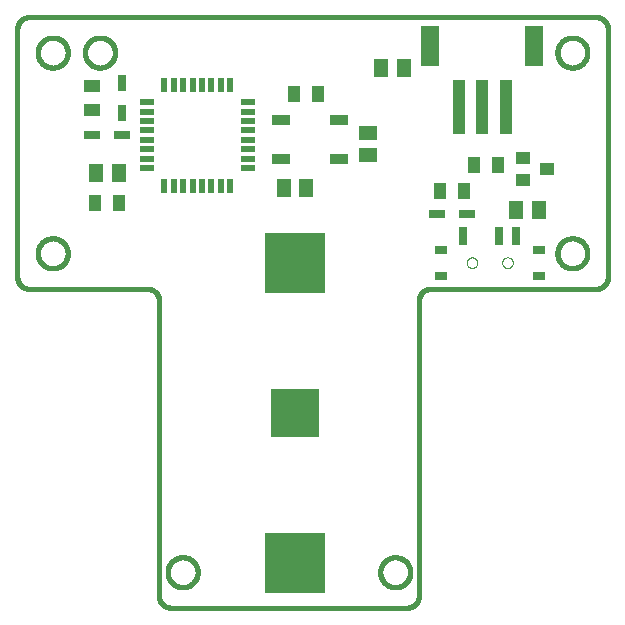
<source format=gtp>
G75*
%MOIN*%
%OFA0B0*%
%FSLAX25Y25*%
%IPPOS*%
%LPD*%
%AMOC8*
5,1,8,0,0,1.08239X$1,22.5*
%
%ADD10C,0.01600*%
%ADD11R,0.04331X0.05512*%
%ADD12R,0.05000X0.03937*%
%ADD13R,0.05000X0.02200*%
%ADD14R,0.02200X0.05000*%
%ADD15R,0.05118X0.05906*%
%ADD16R,0.05512X0.04331*%
%ADD17R,0.03937X0.18110*%
%ADD18R,0.06299X0.13386*%
%ADD19R,0.16000X0.16000*%
%ADD20R,0.20000X0.20000*%
%ADD21R,0.03937X0.03150*%
%ADD22R,0.02756X0.05906*%
%ADD23C,0.00000*%
%ADD24R,0.05315X0.03150*%
%ADD25R,0.03150X0.05315*%
%ADD26R,0.05906X0.03543*%
%ADD27R,0.05906X0.05118*%
D10*
X0049044Y0005737D02*
X0049044Y0104162D01*
X0049042Y0104286D01*
X0049036Y0104409D01*
X0049027Y0104533D01*
X0049013Y0104655D01*
X0048996Y0104778D01*
X0048974Y0104900D01*
X0048949Y0105021D01*
X0048920Y0105141D01*
X0048888Y0105260D01*
X0048851Y0105379D01*
X0048811Y0105496D01*
X0048768Y0105611D01*
X0048720Y0105726D01*
X0048669Y0105838D01*
X0048615Y0105949D01*
X0048557Y0106059D01*
X0048496Y0106166D01*
X0048431Y0106272D01*
X0048363Y0106375D01*
X0048292Y0106476D01*
X0048218Y0106575D01*
X0048141Y0106672D01*
X0048060Y0106766D01*
X0047977Y0106857D01*
X0047891Y0106946D01*
X0047802Y0107032D01*
X0047711Y0107115D01*
X0047617Y0107196D01*
X0047520Y0107273D01*
X0047421Y0107347D01*
X0047320Y0107418D01*
X0047217Y0107486D01*
X0047111Y0107551D01*
X0047004Y0107612D01*
X0046894Y0107670D01*
X0046783Y0107724D01*
X0046671Y0107775D01*
X0046556Y0107823D01*
X0046441Y0107866D01*
X0046324Y0107906D01*
X0046205Y0107943D01*
X0046086Y0107975D01*
X0045966Y0108004D01*
X0045845Y0108029D01*
X0045723Y0108051D01*
X0045600Y0108068D01*
X0045478Y0108082D01*
X0045354Y0108091D01*
X0045231Y0108097D01*
X0045107Y0108099D01*
X0005737Y0108099D01*
X0005613Y0108101D01*
X0005490Y0108107D01*
X0005366Y0108116D01*
X0005244Y0108130D01*
X0005121Y0108147D01*
X0004999Y0108169D01*
X0004878Y0108194D01*
X0004758Y0108223D01*
X0004639Y0108255D01*
X0004520Y0108292D01*
X0004403Y0108332D01*
X0004288Y0108375D01*
X0004173Y0108423D01*
X0004061Y0108474D01*
X0003950Y0108528D01*
X0003840Y0108586D01*
X0003733Y0108647D01*
X0003627Y0108712D01*
X0003524Y0108780D01*
X0003423Y0108851D01*
X0003324Y0108925D01*
X0003227Y0109002D01*
X0003133Y0109083D01*
X0003042Y0109166D01*
X0002953Y0109252D01*
X0002867Y0109341D01*
X0002784Y0109432D01*
X0002703Y0109526D01*
X0002626Y0109623D01*
X0002552Y0109722D01*
X0002481Y0109823D01*
X0002413Y0109926D01*
X0002348Y0110032D01*
X0002287Y0110139D01*
X0002229Y0110249D01*
X0002175Y0110360D01*
X0002124Y0110472D01*
X0002076Y0110587D01*
X0002033Y0110702D01*
X0001993Y0110819D01*
X0001956Y0110938D01*
X0001924Y0111057D01*
X0001895Y0111177D01*
X0001870Y0111298D01*
X0001848Y0111420D01*
X0001831Y0111543D01*
X0001817Y0111665D01*
X0001808Y0111789D01*
X0001802Y0111912D01*
X0001800Y0112036D01*
X0001800Y0194713D01*
X0001802Y0194837D01*
X0001808Y0194960D01*
X0001817Y0195084D01*
X0001831Y0195206D01*
X0001848Y0195329D01*
X0001870Y0195451D01*
X0001895Y0195572D01*
X0001924Y0195692D01*
X0001956Y0195811D01*
X0001993Y0195930D01*
X0002033Y0196047D01*
X0002076Y0196162D01*
X0002124Y0196277D01*
X0002175Y0196389D01*
X0002229Y0196500D01*
X0002287Y0196610D01*
X0002348Y0196717D01*
X0002413Y0196823D01*
X0002481Y0196926D01*
X0002552Y0197027D01*
X0002626Y0197126D01*
X0002703Y0197223D01*
X0002784Y0197317D01*
X0002867Y0197408D01*
X0002953Y0197497D01*
X0003042Y0197583D01*
X0003133Y0197666D01*
X0003227Y0197747D01*
X0003324Y0197824D01*
X0003423Y0197898D01*
X0003524Y0197969D01*
X0003627Y0198037D01*
X0003733Y0198102D01*
X0003840Y0198163D01*
X0003950Y0198221D01*
X0004061Y0198275D01*
X0004173Y0198326D01*
X0004288Y0198374D01*
X0004403Y0198417D01*
X0004520Y0198457D01*
X0004639Y0198494D01*
X0004758Y0198526D01*
X0004878Y0198555D01*
X0004999Y0198580D01*
X0005121Y0198602D01*
X0005244Y0198619D01*
X0005366Y0198633D01*
X0005490Y0198642D01*
X0005613Y0198648D01*
X0005737Y0198650D01*
X0194713Y0198650D01*
X0194837Y0198648D01*
X0194960Y0198642D01*
X0195084Y0198633D01*
X0195206Y0198619D01*
X0195329Y0198602D01*
X0195451Y0198580D01*
X0195572Y0198555D01*
X0195692Y0198526D01*
X0195811Y0198494D01*
X0195930Y0198457D01*
X0196047Y0198417D01*
X0196162Y0198374D01*
X0196277Y0198326D01*
X0196389Y0198275D01*
X0196500Y0198221D01*
X0196610Y0198163D01*
X0196717Y0198102D01*
X0196823Y0198037D01*
X0196926Y0197969D01*
X0197027Y0197898D01*
X0197126Y0197824D01*
X0197223Y0197747D01*
X0197317Y0197666D01*
X0197408Y0197583D01*
X0197497Y0197497D01*
X0197583Y0197408D01*
X0197666Y0197317D01*
X0197747Y0197223D01*
X0197824Y0197126D01*
X0197898Y0197027D01*
X0197969Y0196926D01*
X0198037Y0196823D01*
X0198102Y0196717D01*
X0198163Y0196610D01*
X0198221Y0196500D01*
X0198275Y0196389D01*
X0198326Y0196277D01*
X0198374Y0196162D01*
X0198417Y0196047D01*
X0198457Y0195930D01*
X0198494Y0195811D01*
X0198526Y0195692D01*
X0198555Y0195572D01*
X0198580Y0195451D01*
X0198602Y0195329D01*
X0198619Y0195206D01*
X0198633Y0195084D01*
X0198642Y0194960D01*
X0198648Y0194837D01*
X0198650Y0194713D01*
X0198650Y0112036D01*
X0198648Y0111912D01*
X0198642Y0111789D01*
X0198633Y0111665D01*
X0198619Y0111543D01*
X0198602Y0111420D01*
X0198580Y0111298D01*
X0198555Y0111177D01*
X0198526Y0111057D01*
X0198494Y0110938D01*
X0198457Y0110819D01*
X0198417Y0110702D01*
X0198374Y0110587D01*
X0198326Y0110472D01*
X0198275Y0110360D01*
X0198221Y0110249D01*
X0198163Y0110139D01*
X0198102Y0110032D01*
X0198037Y0109926D01*
X0197969Y0109823D01*
X0197898Y0109722D01*
X0197824Y0109623D01*
X0197747Y0109526D01*
X0197666Y0109432D01*
X0197583Y0109341D01*
X0197497Y0109252D01*
X0197408Y0109166D01*
X0197317Y0109083D01*
X0197223Y0109002D01*
X0197126Y0108925D01*
X0197027Y0108851D01*
X0196926Y0108780D01*
X0196823Y0108712D01*
X0196717Y0108647D01*
X0196610Y0108586D01*
X0196500Y0108528D01*
X0196389Y0108474D01*
X0196277Y0108423D01*
X0196162Y0108375D01*
X0196047Y0108332D01*
X0195930Y0108292D01*
X0195811Y0108255D01*
X0195692Y0108223D01*
X0195572Y0108194D01*
X0195451Y0108169D01*
X0195329Y0108147D01*
X0195206Y0108130D01*
X0195084Y0108116D01*
X0194960Y0108107D01*
X0194837Y0108101D01*
X0194713Y0108099D01*
X0139595Y0108099D01*
X0139471Y0108097D01*
X0139348Y0108091D01*
X0139224Y0108082D01*
X0139102Y0108068D01*
X0138979Y0108051D01*
X0138857Y0108029D01*
X0138736Y0108004D01*
X0138616Y0107975D01*
X0138497Y0107943D01*
X0138378Y0107906D01*
X0138261Y0107866D01*
X0138146Y0107823D01*
X0138031Y0107775D01*
X0137919Y0107724D01*
X0137808Y0107670D01*
X0137698Y0107612D01*
X0137591Y0107551D01*
X0137485Y0107486D01*
X0137382Y0107418D01*
X0137281Y0107347D01*
X0137182Y0107273D01*
X0137085Y0107196D01*
X0136991Y0107115D01*
X0136900Y0107032D01*
X0136811Y0106946D01*
X0136725Y0106857D01*
X0136642Y0106766D01*
X0136561Y0106672D01*
X0136484Y0106575D01*
X0136410Y0106476D01*
X0136339Y0106375D01*
X0136271Y0106272D01*
X0136206Y0106166D01*
X0136145Y0106059D01*
X0136087Y0105949D01*
X0136033Y0105838D01*
X0135982Y0105726D01*
X0135934Y0105611D01*
X0135891Y0105496D01*
X0135851Y0105379D01*
X0135814Y0105260D01*
X0135782Y0105141D01*
X0135753Y0105021D01*
X0135728Y0104900D01*
X0135706Y0104778D01*
X0135689Y0104655D01*
X0135675Y0104533D01*
X0135666Y0104409D01*
X0135660Y0104286D01*
X0135658Y0104162D01*
X0135658Y0005737D01*
X0135656Y0005613D01*
X0135650Y0005490D01*
X0135641Y0005366D01*
X0135627Y0005244D01*
X0135610Y0005121D01*
X0135588Y0004999D01*
X0135563Y0004878D01*
X0135534Y0004758D01*
X0135502Y0004639D01*
X0135465Y0004520D01*
X0135425Y0004403D01*
X0135382Y0004288D01*
X0135334Y0004173D01*
X0135283Y0004061D01*
X0135229Y0003950D01*
X0135171Y0003840D01*
X0135110Y0003733D01*
X0135045Y0003627D01*
X0134977Y0003524D01*
X0134906Y0003423D01*
X0134832Y0003324D01*
X0134755Y0003227D01*
X0134674Y0003133D01*
X0134591Y0003042D01*
X0134505Y0002953D01*
X0134416Y0002867D01*
X0134325Y0002784D01*
X0134231Y0002703D01*
X0134134Y0002626D01*
X0134035Y0002552D01*
X0133934Y0002481D01*
X0133831Y0002413D01*
X0133725Y0002348D01*
X0133618Y0002287D01*
X0133508Y0002229D01*
X0133397Y0002175D01*
X0133285Y0002124D01*
X0133170Y0002076D01*
X0133055Y0002033D01*
X0132938Y0001993D01*
X0132819Y0001956D01*
X0132700Y0001924D01*
X0132580Y0001895D01*
X0132459Y0001870D01*
X0132337Y0001848D01*
X0132214Y0001831D01*
X0132092Y0001817D01*
X0131968Y0001808D01*
X0131845Y0001802D01*
X0131721Y0001800D01*
X0052981Y0001800D01*
X0052857Y0001802D01*
X0052734Y0001808D01*
X0052610Y0001817D01*
X0052488Y0001831D01*
X0052365Y0001848D01*
X0052243Y0001870D01*
X0052122Y0001895D01*
X0052002Y0001924D01*
X0051883Y0001956D01*
X0051764Y0001993D01*
X0051647Y0002033D01*
X0051532Y0002076D01*
X0051417Y0002124D01*
X0051305Y0002175D01*
X0051194Y0002229D01*
X0051084Y0002287D01*
X0050977Y0002348D01*
X0050871Y0002413D01*
X0050768Y0002481D01*
X0050667Y0002552D01*
X0050568Y0002626D01*
X0050471Y0002703D01*
X0050377Y0002784D01*
X0050286Y0002867D01*
X0050197Y0002953D01*
X0050111Y0003042D01*
X0050028Y0003133D01*
X0049947Y0003227D01*
X0049870Y0003324D01*
X0049796Y0003423D01*
X0049725Y0003524D01*
X0049657Y0003627D01*
X0049592Y0003733D01*
X0049531Y0003840D01*
X0049473Y0003950D01*
X0049419Y0004061D01*
X0049368Y0004173D01*
X0049320Y0004288D01*
X0049277Y0004403D01*
X0049237Y0004520D01*
X0049200Y0004639D01*
X0049168Y0004758D01*
X0049139Y0004878D01*
X0049114Y0004999D01*
X0049092Y0005121D01*
X0049075Y0005244D01*
X0049061Y0005366D01*
X0049052Y0005490D01*
X0049046Y0005613D01*
X0049044Y0005737D01*
X0051918Y0013611D02*
X0051920Y0013752D01*
X0051926Y0013893D01*
X0051936Y0014033D01*
X0051950Y0014173D01*
X0051968Y0014313D01*
X0051989Y0014452D01*
X0052015Y0014591D01*
X0052044Y0014729D01*
X0052078Y0014865D01*
X0052115Y0015001D01*
X0052156Y0015136D01*
X0052201Y0015270D01*
X0052250Y0015402D01*
X0052302Y0015533D01*
X0052358Y0015662D01*
X0052418Y0015789D01*
X0052481Y0015915D01*
X0052547Y0016039D01*
X0052618Y0016162D01*
X0052691Y0016282D01*
X0052768Y0016400D01*
X0052848Y0016516D01*
X0052932Y0016629D01*
X0053018Y0016740D01*
X0053108Y0016849D01*
X0053201Y0016955D01*
X0053296Y0017058D01*
X0053395Y0017159D01*
X0053496Y0017257D01*
X0053600Y0017352D01*
X0053707Y0017444D01*
X0053816Y0017533D01*
X0053928Y0017618D01*
X0054042Y0017701D01*
X0054158Y0017781D01*
X0054277Y0017857D01*
X0054398Y0017929D01*
X0054520Y0017999D01*
X0054645Y0018064D01*
X0054771Y0018127D01*
X0054899Y0018185D01*
X0055029Y0018240D01*
X0055160Y0018292D01*
X0055293Y0018339D01*
X0055427Y0018383D01*
X0055562Y0018424D01*
X0055698Y0018460D01*
X0055835Y0018492D01*
X0055973Y0018521D01*
X0056111Y0018546D01*
X0056251Y0018566D01*
X0056391Y0018583D01*
X0056531Y0018596D01*
X0056672Y0018605D01*
X0056812Y0018610D01*
X0056953Y0018611D01*
X0057094Y0018608D01*
X0057235Y0018601D01*
X0057375Y0018590D01*
X0057515Y0018575D01*
X0057655Y0018556D01*
X0057794Y0018534D01*
X0057932Y0018507D01*
X0058070Y0018477D01*
X0058206Y0018442D01*
X0058342Y0018404D01*
X0058476Y0018362D01*
X0058610Y0018316D01*
X0058742Y0018267D01*
X0058872Y0018213D01*
X0059001Y0018156D01*
X0059128Y0018096D01*
X0059254Y0018032D01*
X0059377Y0017964D01*
X0059499Y0017893D01*
X0059619Y0017819D01*
X0059736Y0017741D01*
X0059851Y0017660D01*
X0059964Y0017576D01*
X0060075Y0017489D01*
X0060183Y0017398D01*
X0060288Y0017305D01*
X0060391Y0017208D01*
X0060491Y0017109D01*
X0060588Y0017007D01*
X0060682Y0016902D01*
X0060773Y0016795D01*
X0060861Y0016685D01*
X0060946Y0016573D01*
X0061028Y0016458D01*
X0061107Y0016341D01*
X0061182Y0016222D01*
X0061254Y0016101D01*
X0061322Y0015978D01*
X0061387Y0015853D01*
X0061449Y0015726D01*
X0061506Y0015597D01*
X0061561Y0015467D01*
X0061611Y0015336D01*
X0061658Y0015203D01*
X0061701Y0015069D01*
X0061740Y0014933D01*
X0061775Y0014797D01*
X0061807Y0014660D01*
X0061834Y0014522D01*
X0061858Y0014383D01*
X0061878Y0014243D01*
X0061894Y0014103D01*
X0061906Y0013963D01*
X0061914Y0013822D01*
X0061918Y0013681D01*
X0061918Y0013541D01*
X0061914Y0013400D01*
X0061906Y0013259D01*
X0061894Y0013119D01*
X0061878Y0012979D01*
X0061858Y0012839D01*
X0061834Y0012700D01*
X0061807Y0012562D01*
X0061775Y0012425D01*
X0061740Y0012289D01*
X0061701Y0012153D01*
X0061658Y0012019D01*
X0061611Y0011886D01*
X0061561Y0011755D01*
X0061506Y0011625D01*
X0061449Y0011496D01*
X0061387Y0011369D01*
X0061322Y0011244D01*
X0061254Y0011121D01*
X0061182Y0011000D01*
X0061107Y0010881D01*
X0061028Y0010764D01*
X0060946Y0010649D01*
X0060861Y0010537D01*
X0060773Y0010427D01*
X0060682Y0010320D01*
X0060588Y0010215D01*
X0060491Y0010113D01*
X0060391Y0010014D01*
X0060288Y0009917D01*
X0060183Y0009824D01*
X0060075Y0009733D01*
X0059964Y0009646D01*
X0059851Y0009562D01*
X0059736Y0009481D01*
X0059619Y0009403D01*
X0059499Y0009329D01*
X0059377Y0009258D01*
X0059254Y0009190D01*
X0059128Y0009126D01*
X0059001Y0009066D01*
X0058872Y0009009D01*
X0058742Y0008955D01*
X0058610Y0008906D01*
X0058476Y0008860D01*
X0058342Y0008818D01*
X0058206Y0008780D01*
X0058070Y0008745D01*
X0057932Y0008715D01*
X0057794Y0008688D01*
X0057655Y0008666D01*
X0057515Y0008647D01*
X0057375Y0008632D01*
X0057235Y0008621D01*
X0057094Y0008614D01*
X0056953Y0008611D01*
X0056812Y0008612D01*
X0056672Y0008617D01*
X0056531Y0008626D01*
X0056391Y0008639D01*
X0056251Y0008656D01*
X0056111Y0008676D01*
X0055973Y0008701D01*
X0055835Y0008730D01*
X0055698Y0008762D01*
X0055562Y0008798D01*
X0055427Y0008839D01*
X0055293Y0008883D01*
X0055160Y0008930D01*
X0055029Y0008982D01*
X0054899Y0009037D01*
X0054771Y0009095D01*
X0054645Y0009158D01*
X0054520Y0009223D01*
X0054398Y0009293D01*
X0054277Y0009365D01*
X0054158Y0009441D01*
X0054042Y0009521D01*
X0053928Y0009604D01*
X0053816Y0009689D01*
X0053707Y0009778D01*
X0053600Y0009870D01*
X0053496Y0009965D01*
X0053395Y0010063D01*
X0053296Y0010164D01*
X0053201Y0010267D01*
X0053108Y0010373D01*
X0053018Y0010482D01*
X0052932Y0010593D01*
X0052848Y0010706D01*
X0052768Y0010822D01*
X0052691Y0010940D01*
X0052618Y0011060D01*
X0052547Y0011183D01*
X0052481Y0011307D01*
X0052418Y0011433D01*
X0052358Y0011560D01*
X0052302Y0011689D01*
X0052250Y0011820D01*
X0052201Y0011952D01*
X0052156Y0012086D01*
X0052115Y0012221D01*
X0052078Y0012357D01*
X0052044Y0012493D01*
X0052015Y0012631D01*
X0051989Y0012770D01*
X0051968Y0012909D01*
X0051950Y0013049D01*
X0051936Y0013189D01*
X0051926Y0013329D01*
X0051920Y0013470D01*
X0051918Y0013611D01*
X0122784Y0013611D02*
X0122786Y0013752D01*
X0122792Y0013893D01*
X0122802Y0014033D01*
X0122816Y0014173D01*
X0122834Y0014313D01*
X0122855Y0014452D01*
X0122881Y0014591D01*
X0122910Y0014729D01*
X0122944Y0014865D01*
X0122981Y0015001D01*
X0123022Y0015136D01*
X0123067Y0015270D01*
X0123116Y0015402D01*
X0123168Y0015533D01*
X0123224Y0015662D01*
X0123284Y0015789D01*
X0123347Y0015915D01*
X0123413Y0016039D01*
X0123484Y0016162D01*
X0123557Y0016282D01*
X0123634Y0016400D01*
X0123714Y0016516D01*
X0123798Y0016629D01*
X0123884Y0016740D01*
X0123974Y0016849D01*
X0124067Y0016955D01*
X0124162Y0017058D01*
X0124261Y0017159D01*
X0124362Y0017257D01*
X0124466Y0017352D01*
X0124573Y0017444D01*
X0124682Y0017533D01*
X0124794Y0017618D01*
X0124908Y0017701D01*
X0125024Y0017781D01*
X0125143Y0017857D01*
X0125264Y0017929D01*
X0125386Y0017999D01*
X0125511Y0018064D01*
X0125637Y0018127D01*
X0125765Y0018185D01*
X0125895Y0018240D01*
X0126026Y0018292D01*
X0126159Y0018339D01*
X0126293Y0018383D01*
X0126428Y0018424D01*
X0126564Y0018460D01*
X0126701Y0018492D01*
X0126839Y0018521D01*
X0126977Y0018546D01*
X0127117Y0018566D01*
X0127257Y0018583D01*
X0127397Y0018596D01*
X0127538Y0018605D01*
X0127678Y0018610D01*
X0127819Y0018611D01*
X0127960Y0018608D01*
X0128101Y0018601D01*
X0128241Y0018590D01*
X0128381Y0018575D01*
X0128521Y0018556D01*
X0128660Y0018534D01*
X0128798Y0018507D01*
X0128936Y0018477D01*
X0129072Y0018442D01*
X0129208Y0018404D01*
X0129342Y0018362D01*
X0129476Y0018316D01*
X0129608Y0018267D01*
X0129738Y0018213D01*
X0129867Y0018156D01*
X0129994Y0018096D01*
X0130120Y0018032D01*
X0130243Y0017964D01*
X0130365Y0017893D01*
X0130485Y0017819D01*
X0130602Y0017741D01*
X0130717Y0017660D01*
X0130830Y0017576D01*
X0130941Y0017489D01*
X0131049Y0017398D01*
X0131154Y0017305D01*
X0131257Y0017208D01*
X0131357Y0017109D01*
X0131454Y0017007D01*
X0131548Y0016902D01*
X0131639Y0016795D01*
X0131727Y0016685D01*
X0131812Y0016573D01*
X0131894Y0016458D01*
X0131973Y0016341D01*
X0132048Y0016222D01*
X0132120Y0016101D01*
X0132188Y0015978D01*
X0132253Y0015853D01*
X0132315Y0015726D01*
X0132372Y0015597D01*
X0132427Y0015467D01*
X0132477Y0015336D01*
X0132524Y0015203D01*
X0132567Y0015069D01*
X0132606Y0014933D01*
X0132641Y0014797D01*
X0132673Y0014660D01*
X0132700Y0014522D01*
X0132724Y0014383D01*
X0132744Y0014243D01*
X0132760Y0014103D01*
X0132772Y0013963D01*
X0132780Y0013822D01*
X0132784Y0013681D01*
X0132784Y0013541D01*
X0132780Y0013400D01*
X0132772Y0013259D01*
X0132760Y0013119D01*
X0132744Y0012979D01*
X0132724Y0012839D01*
X0132700Y0012700D01*
X0132673Y0012562D01*
X0132641Y0012425D01*
X0132606Y0012289D01*
X0132567Y0012153D01*
X0132524Y0012019D01*
X0132477Y0011886D01*
X0132427Y0011755D01*
X0132372Y0011625D01*
X0132315Y0011496D01*
X0132253Y0011369D01*
X0132188Y0011244D01*
X0132120Y0011121D01*
X0132048Y0011000D01*
X0131973Y0010881D01*
X0131894Y0010764D01*
X0131812Y0010649D01*
X0131727Y0010537D01*
X0131639Y0010427D01*
X0131548Y0010320D01*
X0131454Y0010215D01*
X0131357Y0010113D01*
X0131257Y0010014D01*
X0131154Y0009917D01*
X0131049Y0009824D01*
X0130941Y0009733D01*
X0130830Y0009646D01*
X0130717Y0009562D01*
X0130602Y0009481D01*
X0130485Y0009403D01*
X0130365Y0009329D01*
X0130243Y0009258D01*
X0130120Y0009190D01*
X0129994Y0009126D01*
X0129867Y0009066D01*
X0129738Y0009009D01*
X0129608Y0008955D01*
X0129476Y0008906D01*
X0129342Y0008860D01*
X0129208Y0008818D01*
X0129072Y0008780D01*
X0128936Y0008745D01*
X0128798Y0008715D01*
X0128660Y0008688D01*
X0128521Y0008666D01*
X0128381Y0008647D01*
X0128241Y0008632D01*
X0128101Y0008621D01*
X0127960Y0008614D01*
X0127819Y0008611D01*
X0127678Y0008612D01*
X0127538Y0008617D01*
X0127397Y0008626D01*
X0127257Y0008639D01*
X0127117Y0008656D01*
X0126977Y0008676D01*
X0126839Y0008701D01*
X0126701Y0008730D01*
X0126564Y0008762D01*
X0126428Y0008798D01*
X0126293Y0008839D01*
X0126159Y0008883D01*
X0126026Y0008930D01*
X0125895Y0008982D01*
X0125765Y0009037D01*
X0125637Y0009095D01*
X0125511Y0009158D01*
X0125386Y0009223D01*
X0125264Y0009293D01*
X0125143Y0009365D01*
X0125024Y0009441D01*
X0124908Y0009521D01*
X0124794Y0009604D01*
X0124682Y0009689D01*
X0124573Y0009778D01*
X0124466Y0009870D01*
X0124362Y0009965D01*
X0124261Y0010063D01*
X0124162Y0010164D01*
X0124067Y0010267D01*
X0123974Y0010373D01*
X0123884Y0010482D01*
X0123798Y0010593D01*
X0123714Y0010706D01*
X0123634Y0010822D01*
X0123557Y0010940D01*
X0123484Y0011060D01*
X0123413Y0011183D01*
X0123347Y0011307D01*
X0123284Y0011433D01*
X0123224Y0011560D01*
X0123168Y0011689D01*
X0123116Y0011820D01*
X0123067Y0011952D01*
X0123022Y0012086D01*
X0122981Y0012221D01*
X0122944Y0012357D01*
X0122910Y0012493D01*
X0122881Y0012631D01*
X0122855Y0012770D01*
X0122834Y0012909D01*
X0122816Y0013049D01*
X0122802Y0013189D01*
X0122792Y0013329D01*
X0122786Y0013470D01*
X0122784Y0013611D01*
X0181839Y0119910D02*
X0181841Y0120051D01*
X0181847Y0120192D01*
X0181857Y0120332D01*
X0181871Y0120472D01*
X0181889Y0120612D01*
X0181910Y0120751D01*
X0181936Y0120890D01*
X0181965Y0121028D01*
X0181999Y0121164D01*
X0182036Y0121300D01*
X0182077Y0121435D01*
X0182122Y0121569D01*
X0182171Y0121701D01*
X0182223Y0121832D01*
X0182279Y0121961D01*
X0182339Y0122088D01*
X0182402Y0122214D01*
X0182468Y0122338D01*
X0182539Y0122461D01*
X0182612Y0122581D01*
X0182689Y0122699D01*
X0182769Y0122815D01*
X0182853Y0122928D01*
X0182939Y0123039D01*
X0183029Y0123148D01*
X0183122Y0123254D01*
X0183217Y0123357D01*
X0183316Y0123458D01*
X0183417Y0123556D01*
X0183521Y0123651D01*
X0183628Y0123743D01*
X0183737Y0123832D01*
X0183849Y0123917D01*
X0183963Y0124000D01*
X0184079Y0124080D01*
X0184198Y0124156D01*
X0184319Y0124228D01*
X0184441Y0124298D01*
X0184566Y0124363D01*
X0184692Y0124426D01*
X0184820Y0124484D01*
X0184950Y0124539D01*
X0185081Y0124591D01*
X0185214Y0124638D01*
X0185348Y0124682D01*
X0185483Y0124723D01*
X0185619Y0124759D01*
X0185756Y0124791D01*
X0185894Y0124820D01*
X0186032Y0124845D01*
X0186172Y0124865D01*
X0186312Y0124882D01*
X0186452Y0124895D01*
X0186593Y0124904D01*
X0186733Y0124909D01*
X0186874Y0124910D01*
X0187015Y0124907D01*
X0187156Y0124900D01*
X0187296Y0124889D01*
X0187436Y0124874D01*
X0187576Y0124855D01*
X0187715Y0124833D01*
X0187853Y0124806D01*
X0187991Y0124776D01*
X0188127Y0124741D01*
X0188263Y0124703D01*
X0188397Y0124661D01*
X0188531Y0124615D01*
X0188663Y0124566D01*
X0188793Y0124512D01*
X0188922Y0124455D01*
X0189049Y0124395D01*
X0189175Y0124331D01*
X0189298Y0124263D01*
X0189420Y0124192D01*
X0189540Y0124118D01*
X0189657Y0124040D01*
X0189772Y0123959D01*
X0189885Y0123875D01*
X0189996Y0123788D01*
X0190104Y0123697D01*
X0190209Y0123604D01*
X0190312Y0123507D01*
X0190412Y0123408D01*
X0190509Y0123306D01*
X0190603Y0123201D01*
X0190694Y0123094D01*
X0190782Y0122984D01*
X0190867Y0122872D01*
X0190949Y0122757D01*
X0191028Y0122640D01*
X0191103Y0122521D01*
X0191175Y0122400D01*
X0191243Y0122277D01*
X0191308Y0122152D01*
X0191370Y0122025D01*
X0191427Y0121896D01*
X0191482Y0121766D01*
X0191532Y0121635D01*
X0191579Y0121502D01*
X0191622Y0121368D01*
X0191661Y0121232D01*
X0191696Y0121096D01*
X0191728Y0120959D01*
X0191755Y0120821D01*
X0191779Y0120682D01*
X0191799Y0120542D01*
X0191815Y0120402D01*
X0191827Y0120262D01*
X0191835Y0120121D01*
X0191839Y0119980D01*
X0191839Y0119840D01*
X0191835Y0119699D01*
X0191827Y0119558D01*
X0191815Y0119418D01*
X0191799Y0119278D01*
X0191779Y0119138D01*
X0191755Y0118999D01*
X0191728Y0118861D01*
X0191696Y0118724D01*
X0191661Y0118588D01*
X0191622Y0118452D01*
X0191579Y0118318D01*
X0191532Y0118185D01*
X0191482Y0118054D01*
X0191427Y0117924D01*
X0191370Y0117795D01*
X0191308Y0117668D01*
X0191243Y0117543D01*
X0191175Y0117420D01*
X0191103Y0117299D01*
X0191028Y0117180D01*
X0190949Y0117063D01*
X0190867Y0116948D01*
X0190782Y0116836D01*
X0190694Y0116726D01*
X0190603Y0116619D01*
X0190509Y0116514D01*
X0190412Y0116412D01*
X0190312Y0116313D01*
X0190209Y0116216D01*
X0190104Y0116123D01*
X0189996Y0116032D01*
X0189885Y0115945D01*
X0189772Y0115861D01*
X0189657Y0115780D01*
X0189540Y0115702D01*
X0189420Y0115628D01*
X0189298Y0115557D01*
X0189175Y0115489D01*
X0189049Y0115425D01*
X0188922Y0115365D01*
X0188793Y0115308D01*
X0188663Y0115254D01*
X0188531Y0115205D01*
X0188397Y0115159D01*
X0188263Y0115117D01*
X0188127Y0115079D01*
X0187991Y0115044D01*
X0187853Y0115014D01*
X0187715Y0114987D01*
X0187576Y0114965D01*
X0187436Y0114946D01*
X0187296Y0114931D01*
X0187156Y0114920D01*
X0187015Y0114913D01*
X0186874Y0114910D01*
X0186733Y0114911D01*
X0186593Y0114916D01*
X0186452Y0114925D01*
X0186312Y0114938D01*
X0186172Y0114955D01*
X0186032Y0114975D01*
X0185894Y0115000D01*
X0185756Y0115029D01*
X0185619Y0115061D01*
X0185483Y0115097D01*
X0185348Y0115138D01*
X0185214Y0115182D01*
X0185081Y0115229D01*
X0184950Y0115281D01*
X0184820Y0115336D01*
X0184692Y0115394D01*
X0184566Y0115457D01*
X0184441Y0115522D01*
X0184319Y0115592D01*
X0184198Y0115664D01*
X0184079Y0115740D01*
X0183963Y0115820D01*
X0183849Y0115903D01*
X0183737Y0115988D01*
X0183628Y0116077D01*
X0183521Y0116169D01*
X0183417Y0116264D01*
X0183316Y0116362D01*
X0183217Y0116463D01*
X0183122Y0116566D01*
X0183029Y0116672D01*
X0182939Y0116781D01*
X0182853Y0116892D01*
X0182769Y0117005D01*
X0182689Y0117121D01*
X0182612Y0117239D01*
X0182539Y0117359D01*
X0182468Y0117482D01*
X0182402Y0117606D01*
X0182339Y0117732D01*
X0182279Y0117859D01*
X0182223Y0117988D01*
X0182171Y0118119D01*
X0182122Y0118251D01*
X0182077Y0118385D01*
X0182036Y0118520D01*
X0181999Y0118656D01*
X0181965Y0118792D01*
X0181936Y0118930D01*
X0181910Y0119069D01*
X0181889Y0119208D01*
X0181871Y0119348D01*
X0181857Y0119488D01*
X0181847Y0119628D01*
X0181841Y0119769D01*
X0181839Y0119910D01*
X0181839Y0186839D02*
X0181841Y0186980D01*
X0181847Y0187121D01*
X0181857Y0187261D01*
X0181871Y0187401D01*
X0181889Y0187541D01*
X0181910Y0187680D01*
X0181936Y0187819D01*
X0181965Y0187957D01*
X0181999Y0188093D01*
X0182036Y0188229D01*
X0182077Y0188364D01*
X0182122Y0188498D01*
X0182171Y0188630D01*
X0182223Y0188761D01*
X0182279Y0188890D01*
X0182339Y0189017D01*
X0182402Y0189143D01*
X0182468Y0189267D01*
X0182539Y0189390D01*
X0182612Y0189510D01*
X0182689Y0189628D01*
X0182769Y0189744D01*
X0182853Y0189857D01*
X0182939Y0189968D01*
X0183029Y0190077D01*
X0183122Y0190183D01*
X0183217Y0190286D01*
X0183316Y0190387D01*
X0183417Y0190485D01*
X0183521Y0190580D01*
X0183628Y0190672D01*
X0183737Y0190761D01*
X0183849Y0190846D01*
X0183963Y0190929D01*
X0184079Y0191009D01*
X0184198Y0191085D01*
X0184319Y0191157D01*
X0184441Y0191227D01*
X0184566Y0191292D01*
X0184692Y0191355D01*
X0184820Y0191413D01*
X0184950Y0191468D01*
X0185081Y0191520D01*
X0185214Y0191567D01*
X0185348Y0191611D01*
X0185483Y0191652D01*
X0185619Y0191688D01*
X0185756Y0191720D01*
X0185894Y0191749D01*
X0186032Y0191774D01*
X0186172Y0191794D01*
X0186312Y0191811D01*
X0186452Y0191824D01*
X0186593Y0191833D01*
X0186733Y0191838D01*
X0186874Y0191839D01*
X0187015Y0191836D01*
X0187156Y0191829D01*
X0187296Y0191818D01*
X0187436Y0191803D01*
X0187576Y0191784D01*
X0187715Y0191762D01*
X0187853Y0191735D01*
X0187991Y0191705D01*
X0188127Y0191670D01*
X0188263Y0191632D01*
X0188397Y0191590D01*
X0188531Y0191544D01*
X0188663Y0191495D01*
X0188793Y0191441D01*
X0188922Y0191384D01*
X0189049Y0191324D01*
X0189175Y0191260D01*
X0189298Y0191192D01*
X0189420Y0191121D01*
X0189540Y0191047D01*
X0189657Y0190969D01*
X0189772Y0190888D01*
X0189885Y0190804D01*
X0189996Y0190717D01*
X0190104Y0190626D01*
X0190209Y0190533D01*
X0190312Y0190436D01*
X0190412Y0190337D01*
X0190509Y0190235D01*
X0190603Y0190130D01*
X0190694Y0190023D01*
X0190782Y0189913D01*
X0190867Y0189801D01*
X0190949Y0189686D01*
X0191028Y0189569D01*
X0191103Y0189450D01*
X0191175Y0189329D01*
X0191243Y0189206D01*
X0191308Y0189081D01*
X0191370Y0188954D01*
X0191427Y0188825D01*
X0191482Y0188695D01*
X0191532Y0188564D01*
X0191579Y0188431D01*
X0191622Y0188297D01*
X0191661Y0188161D01*
X0191696Y0188025D01*
X0191728Y0187888D01*
X0191755Y0187750D01*
X0191779Y0187611D01*
X0191799Y0187471D01*
X0191815Y0187331D01*
X0191827Y0187191D01*
X0191835Y0187050D01*
X0191839Y0186909D01*
X0191839Y0186769D01*
X0191835Y0186628D01*
X0191827Y0186487D01*
X0191815Y0186347D01*
X0191799Y0186207D01*
X0191779Y0186067D01*
X0191755Y0185928D01*
X0191728Y0185790D01*
X0191696Y0185653D01*
X0191661Y0185517D01*
X0191622Y0185381D01*
X0191579Y0185247D01*
X0191532Y0185114D01*
X0191482Y0184983D01*
X0191427Y0184853D01*
X0191370Y0184724D01*
X0191308Y0184597D01*
X0191243Y0184472D01*
X0191175Y0184349D01*
X0191103Y0184228D01*
X0191028Y0184109D01*
X0190949Y0183992D01*
X0190867Y0183877D01*
X0190782Y0183765D01*
X0190694Y0183655D01*
X0190603Y0183548D01*
X0190509Y0183443D01*
X0190412Y0183341D01*
X0190312Y0183242D01*
X0190209Y0183145D01*
X0190104Y0183052D01*
X0189996Y0182961D01*
X0189885Y0182874D01*
X0189772Y0182790D01*
X0189657Y0182709D01*
X0189540Y0182631D01*
X0189420Y0182557D01*
X0189298Y0182486D01*
X0189175Y0182418D01*
X0189049Y0182354D01*
X0188922Y0182294D01*
X0188793Y0182237D01*
X0188663Y0182183D01*
X0188531Y0182134D01*
X0188397Y0182088D01*
X0188263Y0182046D01*
X0188127Y0182008D01*
X0187991Y0181973D01*
X0187853Y0181943D01*
X0187715Y0181916D01*
X0187576Y0181894D01*
X0187436Y0181875D01*
X0187296Y0181860D01*
X0187156Y0181849D01*
X0187015Y0181842D01*
X0186874Y0181839D01*
X0186733Y0181840D01*
X0186593Y0181845D01*
X0186452Y0181854D01*
X0186312Y0181867D01*
X0186172Y0181884D01*
X0186032Y0181904D01*
X0185894Y0181929D01*
X0185756Y0181958D01*
X0185619Y0181990D01*
X0185483Y0182026D01*
X0185348Y0182067D01*
X0185214Y0182111D01*
X0185081Y0182158D01*
X0184950Y0182210D01*
X0184820Y0182265D01*
X0184692Y0182323D01*
X0184566Y0182386D01*
X0184441Y0182451D01*
X0184319Y0182521D01*
X0184198Y0182593D01*
X0184079Y0182669D01*
X0183963Y0182749D01*
X0183849Y0182832D01*
X0183737Y0182917D01*
X0183628Y0183006D01*
X0183521Y0183098D01*
X0183417Y0183193D01*
X0183316Y0183291D01*
X0183217Y0183392D01*
X0183122Y0183495D01*
X0183029Y0183601D01*
X0182939Y0183710D01*
X0182853Y0183821D01*
X0182769Y0183934D01*
X0182689Y0184050D01*
X0182612Y0184168D01*
X0182539Y0184288D01*
X0182468Y0184411D01*
X0182402Y0184535D01*
X0182339Y0184661D01*
X0182279Y0184788D01*
X0182223Y0184917D01*
X0182171Y0185048D01*
X0182122Y0185180D01*
X0182077Y0185314D01*
X0182036Y0185449D01*
X0181999Y0185585D01*
X0181965Y0185721D01*
X0181936Y0185859D01*
X0181910Y0185998D01*
X0181889Y0186137D01*
X0181871Y0186277D01*
X0181857Y0186417D01*
X0181847Y0186557D01*
X0181841Y0186698D01*
X0181839Y0186839D01*
X0024359Y0186839D02*
X0024361Y0186980D01*
X0024367Y0187121D01*
X0024377Y0187261D01*
X0024391Y0187401D01*
X0024409Y0187541D01*
X0024430Y0187680D01*
X0024456Y0187819D01*
X0024485Y0187957D01*
X0024519Y0188093D01*
X0024556Y0188229D01*
X0024597Y0188364D01*
X0024642Y0188498D01*
X0024691Y0188630D01*
X0024743Y0188761D01*
X0024799Y0188890D01*
X0024859Y0189017D01*
X0024922Y0189143D01*
X0024988Y0189267D01*
X0025059Y0189390D01*
X0025132Y0189510D01*
X0025209Y0189628D01*
X0025289Y0189744D01*
X0025373Y0189857D01*
X0025459Y0189968D01*
X0025549Y0190077D01*
X0025642Y0190183D01*
X0025737Y0190286D01*
X0025836Y0190387D01*
X0025937Y0190485D01*
X0026041Y0190580D01*
X0026148Y0190672D01*
X0026257Y0190761D01*
X0026369Y0190846D01*
X0026483Y0190929D01*
X0026599Y0191009D01*
X0026718Y0191085D01*
X0026839Y0191157D01*
X0026961Y0191227D01*
X0027086Y0191292D01*
X0027212Y0191355D01*
X0027340Y0191413D01*
X0027470Y0191468D01*
X0027601Y0191520D01*
X0027734Y0191567D01*
X0027868Y0191611D01*
X0028003Y0191652D01*
X0028139Y0191688D01*
X0028276Y0191720D01*
X0028414Y0191749D01*
X0028552Y0191774D01*
X0028692Y0191794D01*
X0028832Y0191811D01*
X0028972Y0191824D01*
X0029113Y0191833D01*
X0029253Y0191838D01*
X0029394Y0191839D01*
X0029535Y0191836D01*
X0029676Y0191829D01*
X0029816Y0191818D01*
X0029956Y0191803D01*
X0030096Y0191784D01*
X0030235Y0191762D01*
X0030373Y0191735D01*
X0030511Y0191705D01*
X0030647Y0191670D01*
X0030783Y0191632D01*
X0030917Y0191590D01*
X0031051Y0191544D01*
X0031183Y0191495D01*
X0031313Y0191441D01*
X0031442Y0191384D01*
X0031569Y0191324D01*
X0031695Y0191260D01*
X0031818Y0191192D01*
X0031940Y0191121D01*
X0032060Y0191047D01*
X0032177Y0190969D01*
X0032292Y0190888D01*
X0032405Y0190804D01*
X0032516Y0190717D01*
X0032624Y0190626D01*
X0032729Y0190533D01*
X0032832Y0190436D01*
X0032932Y0190337D01*
X0033029Y0190235D01*
X0033123Y0190130D01*
X0033214Y0190023D01*
X0033302Y0189913D01*
X0033387Y0189801D01*
X0033469Y0189686D01*
X0033548Y0189569D01*
X0033623Y0189450D01*
X0033695Y0189329D01*
X0033763Y0189206D01*
X0033828Y0189081D01*
X0033890Y0188954D01*
X0033947Y0188825D01*
X0034002Y0188695D01*
X0034052Y0188564D01*
X0034099Y0188431D01*
X0034142Y0188297D01*
X0034181Y0188161D01*
X0034216Y0188025D01*
X0034248Y0187888D01*
X0034275Y0187750D01*
X0034299Y0187611D01*
X0034319Y0187471D01*
X0034335Y0187331D01*
X0034347Y0187191D01*
X0034355Y0187050D01*
X0034359Y0186909D01*
X0034359Y0186769D01*
X0034355Y0186628D01*
X0034347Y0186487D01*
X0034335Y0186347D01*
X0034319Y0186207D01*
X0034299Y0186067D01*
X0034275Y0185928D01*
X0034248Y0185790D01*
X0034216Y0185653D01*
X0034181Y0185517D01*
X0034142Y0185381D01*
X0034099Y0185247D01*
X0034052Y0185114D01*
X0034002Y0184983D01*
X0033947Y0184853D01*
X0033890Y0184724D01*
X0033828Y0184597D01*
X0033763Y0184472D01*
X0033695Y0184349D01*
X0033623Y0184228D01*
X0033548Y0184109D01*
X0033469Y0183992D01*
X0033387Y0183877D01*
X0033302Y0183765D01*
X0033214Y0183655D01*
X0033123Y0183548D01*
X0033029Y0183443D01*
X0032932Y0183341D01*
X0032832Y0183242D01*
X0032729Y0183145D01*
X0032624Y0183052D01*
X0032516Y0182961D01*
X0032405Y0182874D01*
X0032292Y0182790D01*
X0032177Y0182709D01*
X0032060Y0182631D01*
X0031940Y0182557D01*
X0031818Y0182486D01*
X0031695Y0182418D01*
X0031569Y0182354D01*
X0031442Y0182294D01*
X0031313Y0182237D01*
X0031183Y0182183D01*
X0031051Y0182134D01*
X0030917Y0182088D01*
X0030783Y0182046D01*
X0030647Y0182008D01*
X0030511Y0181973D01*
X0030373Y0181943D01*
X0030235Y0181916D01*
X0030096Y0181894D01*
X0029956Y0181875D01*
X0029816Y0181860D01*
X0029676Y0181849D01*
X0029535Y0181842D01*
X0029394Y0181839D01*
X0029253Y0181840D01*
X0029113Y0181845D01*
X0028972Y0181854D01*
X0028832Y0181867D01*
X0028692Y0181884D01*
X0028552Y0181904D01*
X0028414Y0181929D01*
X0028276Y0181958D01*
X0028139Y0181990D01*
X0028003Y0182026D01*
X0027868Y0182067D01*
X0027734Y0182111D01*
X0027601Y0182158D01*
X0027470Y0182210D01*
X0027340Y0182265D01*
X0027212Y0182323D01*
X0027086Y0182386D01*
X0026961Y0182451D01*
X0026839Y0182521D01*
X0026718Y0182593D01*
X0026599Y0182669D01*
X0026483Y0182749D01*
X0026369Y0182832D01*
X0026257Y0182917D01*
X0026148Y0183006D01*
X0026041Y0183098D01*
X0025937Y0183193D01*
X0025836Y0183291D01*
X0025737Y0183392D01*
X0025642Y0183495D01*
X0025549Y0183601D01*
X0025459Y0183710D01*
X0025373Y0183821D01*
X0025289Y0183934D01*
X0025209Y0184050D01*
X0025132Y0184168D01*
X0025059Y0184288D01*
X0024988Y0184411D01*
X0024922Y0184535D01*
X0024859Y0184661D01*
X0024799Y0184788D01*
X0024743Y0184917D01*
X0024691Y0185048D01*
X0024642Y0185180D01*
X0024597Y0185314D01*
X0024556Y0185449D01*
X0024519Y0185585D01*
X0024485Y0185721D01*
X0024456Y0185859D01*
X0024430Y0185998D01*
X0024409Y0186137D01*
X0024391Y0186277D01*
X0024377Y0186417D01*
X0024367Y0186557D01*
X0024361Y0186698D01*
X0024359Y0186839D01*
X0008611Y0186839D02*
X0008613Y0186980D01*
X0008619Y0187121D01*
X0008629Y0187261D01*
X0008643Y0187401D01*
X0008661Y0187541D01*
X0008682Y0187680D01*
X0008708Y0187819D01*
X0008737Y0187957D01*
X0008771Y0188093D01*
X0008808Y0188229D01*
X0008849Y0188364D01*
X0008894Y0188498D01*
X0008943Y0188630D01*
X0008995Y0188761D01*
X0009051Y0188890D01*
X0009111Y0189017D01*
X0009174Y0189143D01*
X0009240Y0189267D01*
X0009311Y0189390D01*
X0009384Y0189510D01*
X0009461Y0189628D01*
X0009541Y0189744D01*
X0009625Y0189857D01*
X0009711Y0189968D01*
X0009801Y0190077D01*
X0009894Y0190183D01*
X0009989Y0190286D01*
X0010088Y0190387D01*
X0010189Y0190485D01*
X0010293Y0190580D01*
X0010400Y0190672D01*
X0010509Y0190761D01*
X0010621Y0190846D01*
X0010735Y0190929D01*
X0010851Y0191009D01*
X0010970Y0191085D01*
X0011091Y0191157D01*
X0011213Y0191227D01*
X0011338Y0191292D01*
X0011464Y0191355D01*
X0011592Y0191413D01*
X0011722Y0191468D01*
X0011853Y0191520D01*
X0011986Y0191567D01*
X0012120Y0191611D01*
X0012255Y0191652D01*
X0012391Y0191688D01*
X0012528Y0191720D01*
X0012666Y0191749D01*
X0012804Y0191774D01*
X0012944Y0191794D01*
X0013084Y0191811D01*
X0013224Y0191824D01*
X0013365Y0191833D01*
X0013505Y0191838D01*
X0013646Y0191839D01*
X0013787Y0191836D01*
X0013928Y0191829D01*
X0014068Y0191818D01*
X0014208Y0191803D01*
X0014348Y0191784D01*
X0014487Y0191762D01*
X0014625Y0191735D01*
X0014763Y0191705D01*
X0014899Y0191670D01*
X0015035Y0191632D01*
X0015169Y0191590D01*
X0015303Y0191544D01*
X0015435Y0191495D01*
X0015565Y0191441D01*
X0015694Y0191384D01*
X0015821Y0191324D01*
X0015947Y0191260D01*
X0016070Y0191192D01*
X0016192Y0191121D01*
X0016312Y0191047D01*
X0016429Y0190969D01*
X0016544Y0190888D01*
X0016657Y0190804D01*
X0016768Y0190717D01*
X0016876Y0190626D01*
X0016981Y0190533D01*
X0017084Y0190436D01*
X0017184Y0190337D01*
X0017281Y0190235D01*
X0017375Y0190130D01*
X0017466Y0190023D01*
X0017554Y0189913D01*
X0017639Y0189801D01*
X0017721Y0189686D01*
X0017800Y0189569D01*
X0017875Y0189450D01*
X0017947Y0189329D01*
X0018015Y0189206D01*
X0018080Y0189081D01*
X0018142Y0188954D01*
X0018199Y0188825D01*
X0018254Y0188695D01*
X0018304Y0188564D01*
X0018351Y0188431D01*
X0018394Y0188297D01*
X0018433Y0188161D01*
X0018468Y0188025D01*
X0018500Y0187888D01*
X0018527Y0187750D01*
X0018551Y0187611D01*
X0018571Y0187471D01*
X0018587Y0187331D01*
X0018599Y0187191D01*
X0018607Y0187050D01*
X0018611Y0186909D01*
X0018611Y0186769D01*
X0018607Y0186628D01*
X0018599Y0186487D01*
X0018587Y0186347D01*
X0018571Y0186207D01*
X0018551Y0186067D01*
X0018527Y0185928D01*
X0018500Y0185790D01*
X0018468Y0185653D01*
X0018433Y0185517D01*
X0018394Y0185381D01*
X0018351Y0185247D01*
X0018304Y0185114D01*
X0018254Y0184983D01*
X0018199Y0184853D01*
X0018142Y0184724D01*
X0018080Y0184597D01*
X0018015Y0184472D01*
X0017947Y0184349D01*
X0017875Y0184228D01*
X0017800Y0184109D01*
X0017721Y0183992D01*
X0017639Y0183877D01*
X0017554Y0183765D01*
X0017466Y0183655D01*
X0017375Y0183548D01*
X0017281Y0183443D01*
X0017184Y0183341D01*
X0017084Y0183242D01*
X0016981Y0183145D01*
X0016876Y0183052D01*
X0016768Y0182961D01*
X0016657Y0182874D01*
X0016544Y0182790D01*
X0016429Y0182709D01*
X0016312Y0182631D01*
X0016192Y0182557D01*
X0016070Y0182486D01*
X0015947Y0182418D01*
X0015821Y0182354D01*
X0015694Y0182294D01*
X0015565Y0182237D01*
X0015435Y0182183D01*
X0015303Y0182134D01*
X0015169Y0182088D01*
X0015035Y0182046D01*
X0014899Y0182008D01*
X0014763Y0181973D01*
X0014625Y0181943D01*
X0014487Y0181916D01*
X0014348Y0181894D01*
X0014208Y0181875D01*
X0014068Y0181860D01*
X0013928Y0181849D01*
X0013787Y0181842D01*
X0013646Y0181839D01*
X0013505Y0181840D01*
X0013365Y0181845D01*
X0013224Y0181854D01*
X0013084Y0181867D01*
X0012944Y0181884D01*
X0012804Y0181904D01*
X0012666Y0181929D01*
X0012528Y0181958D01*
X0012391Y0181990D01*
X0012255Y0182026D01*
X0012120Y0182067D01*
X0011986Y0182111D01*
X0011853Y0182158D01*
X0011722Y0182210D01*
X0011592Y0182265D01*
X0011464Y0182323D01*
X0011338Y0182386D01*
X0011213Y0182451D01*
X0011091Y0182521D01*
X0010970Y0182593D01*
X0010851Y0182669D01*
X0010735Y0182749D01*
X0010621Y0182832D01*
X0010509Y0182917D01*
X0010400Y0183006D01*
X0010293Y0183098D01*
X0010189Y0183193D01*
X0010088Y0183291D01*
X0009989Y0183392D01*
X0009894Y0183495D01*
X0009801Y0183601D01*
X0009711Y0183710D01*
X0009625Y0183821D01*
X0009541Y0183934D01*
X0009461Y0184050D01*
X0009384Y0184168D01*
X0009311Y0184288D01*
X0009240Y0184411D01*
X0009174Y0184535D01*
X0009111Y0184661D01*
X0009051Y0184788D01*
X0008995Y0184917D01*
X0008943Y0185048D01*
X0008894Y0185180D01*
X0008849Y0185314D01*
X0008808Y0185449D01*
X0008771Y0185585D01*
X0008737Y0185721D01*
X0008708Y0185859D01*
X0008682Y0185998D01*
X0008661Y0186137D01*
X0008643Y0186277D01*
X0008629Y0186417D01*
X0008619Y0186557D01*
X0008613Y0186698D01*
X0008611Y0186839D01*
X0008611Y0119910D02*
X0008613Y0120051D01*
X0008619Y0120192D01*
X0008629Y0120332D01*
X0008643Y0120472D01*
X0008661Y0120612D01*
X0008682Y0120751D01*
X0008708Y0120890D01*
X0008737Y0121028D01*
X0008771Y0121164D01*
X0008808Y0121300D01*
X0008849Y0121435D01*
X0008894Y0121569D01*
X0008943Y0121701D01*
X0008995Y0121832D01*
X0009051Y0121961D01*
X0009111Y0122088D01*
X0009174Y0122214D01*
X0009240Y0122338D01*
X0009311Y0122461D01*
X0009384Y0122581D01*
X0009461Y0122699D01*
X0009541Y0122815D01*
X0009625Y0122928D01*
X0009711Y0123039D01*
X0009801Y0123148D01*
X0009894Y0123254D01*
X0009989Y0123357D01*
X0010088Y0123458D01*
X0010189Y0123556D01*
X0010293Y0123651D01*
X0010400Y0123743D01*
X0010509Y0123832D01*
X0010621Y0123917D01*
X0010735Y0124000D01*
X0010851Y0124080D01*
X0010970Y0124156D01*
X0011091Y0124228D01*
X0011213Y0124298D01*
X0011338Y0124363D01*
X0011464Y0124426D01*
X0011592Y0124484D01*
X0011722Y0124539D01*
X0011853Y0124591D01*
X0011986Y0124638D01*
X0012120Y0124682D01*
X0012255Y0124723D01*
X0012391Y0124759D01*
X0012528Y0124791D01*
X0012666Y0124820D01*
X0012804Y0124845D01*
X0012944Y0124865D01*
X0013084Y0124882D01*
X0013224Y0124895D01*
X0013365Y0124904D01*
X0013505Y0124909D01*
X0013646Y0124910D01*
X0013787Y0124907D01*
X0013928Y0124900D01*
X0014068Y0124889D01*
X0014208Y0124874D01*
X0014348Y0124855D01*
X0014487Y0124833D01*
X0014625Y0124806D01*
X0014763Y0124776D01*
X0014899Y0124741D01*
X0015035Y0124703D01*
X0015169Y0124661D01*
X0015303Y0124615D01*
X0015435Y0124566D01*
X0015565Y0124512D01*
X0015694Y0124455D01*
X0015821Y0124395D01*
X0015947Y0124331D01*
X0016070Y0124263D01*
X0016192Y0124192D01*
X0016312Y0124118D01*
X0016429Y0124040D01*
X0016544Y0123959D01*
X0016657Y0123875D01*
X0016768Y0123788D01*
X0016876Y0123697D01*
X0016981Y0123604D01*
X0017084Y0123507D01*
X0017184Y0123408D01*
X0017281Y0123306D01*
X0017375Y0123201D01*
X0017466Y0123094D01*
X0017554Y0122984D01*
X0017639Y0122872D01*
X0017721Y0122757D01*
X0017800Y0122640D01*
X0017875Y0122521D01*
X0017947Y0122400D01*
X0018015Y0122277D01*
X0018080Y0122152D01*
X0018142Y0122025D01*
X0018199Y0121896D01*
X0018254Y0121766D01*
X0018304Y0121635D01*
X0018351Y0121502D01*
X0018394Y0121368D01*
X0018433Y0121232D01*
X0018468Y0121096D01*
X0018500Y0120959D01*
X0018527Y0120821D01*
X0018551Y0120682D01*
X0018571Y0120542D01*
X0018587Y0120402D01*
X0018599Y0120262D01*
X0018607Y0120121D01*
X0018611Y0119980D01*
X0018611Y0119840D01*
X0018607Y0119699D01*
X0018599Y0119558D01*
X0018587Y0119418D01*
X0018571Y0119278D01*
X0018551Y0119138D01*
X0018527Y0118999D01*
X0018500Y0118861D01*
X0018468Y0118724D01*
X0018433Y0118588D01*
X0018394Y0118452D01*
X0018351Y0118318D01*
X0018304Y0118185D01*
X0018254Y0118054D01*
X0018199Y0117924D01*
X0018142Y0117795D01*
X0018080Y0117668D01*
X0018015Y0117543D01*
X0017947Y0117420D01*
X0017875Y0117299D01*
X0017800Y0117180D01*
X0017721Y0117063D01*
X0017639Y0116948D01*
X0017554Y0116836D01*
X0017466Y0116726D01*
X0017375Y0116619D01*
X0017281Y0116514D01*
X0017184Y0116412D01*
X0017084Y0116313D01*
X0016981Y0116216D01*
X0016876Y0116123D01*
X0016768Y0116032D01*
X0016657Y0115945D01*
X0016544Y0115861D01*
X0016429Y0115780D01*
X0016312Y0115702D01*
X0016192Y0115628D01*
X0016070Y0115557D01*
X0015947Y0115489D01*
X0015821Y0115425D01*
X0015694Y0115365D01*
X0015565Y0115308D01*
X0015435Y0115254D01*
X0015303Y0115205D01*
X0015169Y0115159D01*
X0015035Y0115117D01*
X0014899Y0115079D01*
X0014763Y0115044D01*
X0014625Y0115014D01*
X0014487Y0114987D01*
X0014348Y0114965D01*
X0014208Y0114946D01*
X0014068Y0114931D01*
X0013928Y0114920D01*
X0013787Y0114913D01*
X0013646Y0114910D01*
X0013505Y0114911D01*
X0013365Y0114916D01*
X0013224Y0114925D01*
X0013084Y0114938D01*
X0012944Y0114955D01*
X0012804Y0114975D01*
X0012666Y0115000D01*
X0012528Y0115029D01*
X0012391Y0115061D01*
X0012255Y0115097D01*
X0012120Y0115138D01*
X0011986Y0115182D01*
X0011853Y0115229D01*
X0011722Y0115281D01*
X0011592Y0115336D01*
X0011464Y0115394D01*
X0011338Y0115457D01*
X0011213Y0115522D01*
X0011091Y0115592D01*
X0010970Y0115664D01*
X0010851Y0115740D01*
X0010735Y0115820D01*
X0010621Y0115903D01*
X0010509Y0115988D01*
X0010400Y0116077D01*
X0010293Y0116169D01*
X0010189Y0116264D01*
X0010088Y0116362D01*
X0009989Y0116463D01*
X0009894Y0116566D01*
X0009801Y0116672D01*
X0009711Y0116781D01*
X0009625Y0116892D01*
X0009541Y0117005D01*
X0009461Y0117121D01*
X0009384Y0117239D01*
X0009311Y0117359D01*
X0009240Y0117482D01*
X0009174Y0117606D01*
X0009111Y0117732D01*
X0009051Y0117859D01*
X0008995Y0117988D01*
X0008943Y0118119D01*
X0008894Y0118251D01*
X0008849Y0118385D01*
X0008808Y0118520D01*
X0008771Y0118656D01*
X0008737Y0118792D01*
X0008708Y0118930D01*
X0008682Y0119069D01*
X0008661Y0119208D01*
X0008643Y0119348D01*
X0008629Y0119488D01*
X0008619Y0119628D01*
X0008613Y0119769D01*
X0008611Y0119910D01*
D11*
X0027863Y0136800D03*
X0035737Y0136800D03*
X0094113Y0173050D03*
X0101987Y0173050D03*
X0142863Y0140550D03*
X0150737Y0140550D03*
X0154113Y0149300D03*
X0161987Y0149300D03*
D12*
X0170363Y0151790D03*
X0170363Y0144310D03*
X0178237Y0148050D03*
D13*
X0078700Y0148276D03*
X0078700Y0151426D03*
X0078700Y0154576D03*
X0078700Y0157725D03*
X0078700Y0160875D03*
X0078700Y0164024D03*
X0078700Y0167174D03*
X0078700Y0170324D03*
X0044900Y0170324D03*
X0044900Y0167174D03*
X0044900Y0164024D03*
X0044900Y0160875D03*
X0044900Y0157725D03*
X0044900Y0154576D03*
X0044900Y0151426D03*
X0044900Y0148276D03*
D14*
X0050776Y0142400D03*
X0053926Y0142400D03*
X0057076Y0142400D03*
X0060225Y0142400D03*
X0063375Y0142400D03*
X0066524Y0142400D03*
X0069674Y0142400D03*
X0072824Y0142400D03*
X0072824Y0176200D03*
X0069674Y0176200D03*
X0066524Y0176200D03*
X0063375Y0176200D03*
X0060225Y0176200D03*
X0057076Y0176200D03*
X0053926Y0176200D03*
X0050776Y0176200D03*
D15*
X0035540Y0146800D03*
X0028060Y0146800D03*
X0090560Y0141800D03*
X0098040Y0141800D03*
X0123060Y0181800D03*
X0130540Y0181800D03*
X0168060Y0134300D03*
X0175540Y0134300D03*
D16*
X0026800Y0167863D03*
X0026800Y0175737D03*
D17*
X0148926Y0168670D03*
X0156800Y0168670D03*
X0164674Y0168670D03*
D18*
X0174123Y0189143D03*
X0139477Y0189143D03*
D19*
X0094300Y0066800D03*
D20*
X0094300Y0016800D03*
X0094300Y0116800D03*
D21*
X0142961Y0112469D03*
X0142961Y0121131D03*
X0175639Y0121131D03*
X0175639Y0112469D03*
D22*
X0168158Y0125658D03*
X0162253Y0125658D03*
X0150442Y0125658D03*
D23*
X0151622Y0116800D02*
X0151624Y0116884D01*
X0151630Y0116967D01*
X0151640Y0117050D01*
X0151654Y0117133D01*
X0151671Y0117215D01*
X0151693Y0117296D01*
X0151718Y0117375D01*
X0151747Y0117454D01*
X0151780Y0117531D01*
X0151816Y0117606D01*
X0151856Y0117680D01*
X0151899Y0117752D01*
X0151946Y0117821D01*
X0151996Y0117888D01*
X0152049Y0117953D01*
X0152105Y0118015D01*
X0152163Y0118075D01*
X0152225Y0118132D01*
X0152289Y0118185D01*
X0152356Y0118236D01*
X0152425Y0118283D01*
X0152496Y0118328D01*
X0152569Y0118368D01*
X0152644Y0118405D01*
X0152721Y0118439D01*
X0152799Y0118469D01*
X0152878Y0118495D01*
X0152959Y0118518D01*
X0153041Y0118536D01*
X0153123Y0118551D01*
X0153206Y0118562D01*
X0153289Y0118569D01*
X0153373Y0118572D01*
X0153457Y0118571D01*
X0153540Y0118566D01*
X0153624Y0118557D01*
X0153706Y0118544D01*
X0153788Y0118528D01*
X0153869Y0118507D01*
X0153950Y0118483D01*
X0154028Y0118455D01*
X0154106Y0118423D01*
X0154182Y0118387D01*
X0154256Y0118348D01*
X0154328Y0118306D01*
X0154398Y0118260D01*
X0154466Y0118211D01*
X0154531Y0118159D01*
X0154594Y0118104D01*
X0154654Y0118046D01*
X0154712Y0117985D01*
X0154766Y0117921D01*
X0154818Y0117855D01*
X0154866Y0117787D01*
X0154911Y0117716D01*
X0154952Y0117643D01*
X0154991Y0117569D01*
X0155025Y0117493D01*
X0155056Y0117415D01*
X0155083Y0117336D01*
X0155107Y0117255D01*
X0155126Y0117174D01*
X0155142Y0117092D01*
X0155154Y0117009D01*
X0155162Y0116925D01*
X0155166Y0116842D01*
X0155166Y0116758D01*
X0155162Y0116675D01*
X0155154Y0116591D01*
X0155142Y0116508D01*
X0155126Y0116426D01*
X0155107Y0116345D01*
X0155083Y0116264D01*
X0155056Y0116185D01*
X0155025Y0116107D01*
X0154991Y0116031D01*
X0154952Y0115957D01*
X0154911Y0115884D01*
X0154866Y0115813D01*
X0154818Y0115745D01*
X0154766Y0115679D01*
X0154712Y0115615D01*
X0154654Y0115554D01*
X0154594Y0115496D01*
X0154531Y0115441D01*
X0154466Y0115389D01*
X0154398Y0115340D01*
X0154328Y0115294D01*
X0154256Y0115252D01*
X0154182Y0115213D01*
X0154106Y0115177D01*
X0154028Y0115145D01*
X0153950Y0115117D01*
X0153869Y0115093D01*
X0153788Y0115072D01*
X0153706Y0115056D01*
X0153624Y0115043D01*
X0153540Y0115034D01*
X0153457Y0115029D01*
X0153373Y0115028D01*
X0153289Y0115031D01*
X0153206Y0115038D01*
X0153123Y0115049D01*
X0153041Y0115064D01*
X0152959Y0115082D01*
X0152878Y0115105D01*
X0152799Y0115131D01*
X0152721Y0115161D01*
X0152644Y0115195D01*
X0152569Y0115232D01*
X0152496Y0115272D01*
X0152425Y0115317D01*
X0152356Y0115364D01*
X0152289Y0115415D01*
X0152225Y0115468D01*
X0152163Y0115525D01*
X0152105Y0115585D01*
X0152049Y0115647D01*
X0151996Y0115712D01*
X0151946Y0115779D01*
X0151899Y0115848D01*
X0151856Y0115920D01*
X0151816Y0115994D01*
X0151780Y0116069D01*
X0151747Y0116146D01*
X0151718Y0116225D01*
X0151693Y0116304D01*
X0151671Y0116385D01*
X0151654Y0116467D01*
X0151640Y0116550D01*
X0151630Y0116633D01*
X0151624Y0116716D01*
X0151622Y0116800D01*
X0163434Y0116800D02*
X0163436Y0116884D01*
X0163442Y0116967D01*
X0163452Y0117050D01*
X0163466Y0117133D01*
X0163483Y0117215D01*
X0163505Y0117296D01*
X0163530Y0117375D01*
X0163559Y0117454D01*
X0163592Y0117531D01*
X0163628Y0117606D01*
X0163668Y0117680D01*
X0163711Y0117752D01*
X0163758Y0117821D01*
X0163808Y0117888D01*
X0163861Y0117953D01*
X0163917Y0118015D01*
X0163975Y0118075D01*
X0164037Y0118132D01*
X0164101Y0118185D01*
X0164168Y0118236D01*
X0164237Y0118283D01*
X0164308Y0118328D01*
X0164381Y0118368D01*
X0164456Y0118405D01*
X0164533Y0118439D01*
X0164611Y0118469D01*
X0164690Y0118495D01*
X0164771Y0118518D01*
X0164853Y0118536D01*
X0164935Y0118551D01*
X0165018Y0118562D01*
X0165101Y0118569D01*
X0165185Y0118572D01*
X0165269Y0118571D01*
X0165352Y0118566D01*
X0165436Y0118557D01*
X0165518Y0118544D01*
X0165600Y0118528D01*
X0165681Y0118507D01*
X0165762Y0118483D01*
X0165840Y0118455D01*
X0165918Y0118423D01*
X0165994Y0118387D01*
X0166068Y0118348D01*
X0166140Y0118306D01*
X0166210Y0118260D01*
X0166278Y0118211D01*
X0166343Y0118159D01*
X0166406Y0118104D01*
X0166466Y0118046D01*
X0166524Y0117985D01*
X0166578Y0117921D01*
X0166630Y0117855D01*
X0166678Y0117787D01*
X0166723Y0117716D01*
X0166764Y0117643D01*
X0166803Y0117569D01*
X0166837Y0117493D01*
X0166868Y0117415D01*
X0166895Y0117336D01*
X0166919Y0117255D01*
X0166938Y0117174D01*
X0166954Y0117092D01*
X0166966Y0117009D01*
X0166974Y0116925D01*
X0166978Y0116842D01*
X0166978Y0116758D01*
X0166974Y0116675D01*
X0166966Y0116591D01*
X0166954Y0116508D01*
X0166938Y0116426D01*
X0166919Y0116345D01*
X0166895Y0116264D01*
X0166868Y0116185D01*
X0166837Y0116107D01*
X0166803Y0116031D01*
X0166764Y0115957D01*
X0166723Y0115884D01*
X0166678Y0115813D01*
X0166630Y0115745D01*
X0166578Y0115679D01*
X0166524Y0115615D01*
X0166466Y0115554D01*
X0166406Y0115496D01*
X0166343Y0115441D01*
X0166278Y0115389D01*
X0166210Y0115340D01*
X0166140Y0115294D01*
X0166068Y0115252D01*
X0165994Y0115213D01*
X0165918Y0115177D01*
X0165840Y0115145D01*
X0165762Y0115117D01*
X0165681Y0115093D01*
X0165600Y0115072D01*
X0165518Y0115056D01*
X0165436Y0115043D01*
X0165352Y0115034D01*
X0165269Y0115029D01*
X0165185Y0115028D01*
X0165101Y0115031D01*
X0165018Y0115038D01*
X0164935Y0115049D01*
X0164853Y0115064D01*
X0164771Y0115082D01*
X0164690Y0115105D01*
X0164611Y0115131D01*
X0164533Y0115161D01*
X0164456Y0115195D01*
X0164381Y0115232D01*
X0164308Y0115272D01*
X0164237Y0115317D01*
X0164168Y0115364D01*
X0164101Y0115415D01*
X0164037Y0115468D01*
X0163975Y0115525D01*
X0163917Y0115585D01*
X0163861Y0115647D01*
X0163808Y0115712D01*
X0163758Y0115779D01*
X0163711Y0115848D01*
X0163668Y0115920D01*
X0163628Y0115994D01*
X0163592Y0116069D01*
X0163559Y0116146D01*
X0163530Y0116225D01*
X0163505Y0116304D01*
X0163483Y0116385D01*
X0163466Y0116467D01*
X0163452Y0116550D01*
X0163442Y0116633D01*
X0163436Y0116716D01*
X0163434Y0116800D01*
D24*
X0151800Y0133050D03*
X0141800Y0133050D03*
X0036800Y0159300D03*
X0026800Y0159300D03*
D25*
X0036800Y0166800D03*
X0036800Y0176800D03*
D26*
X0089802Y0164204D03*
X0089802Y0151212D03*
X0109093Y0151212D03*
X0109093Y0164204D03*
D27*
X0118818Y0160087D03*
X0118818Y0152607D03*
M02*

</source>
